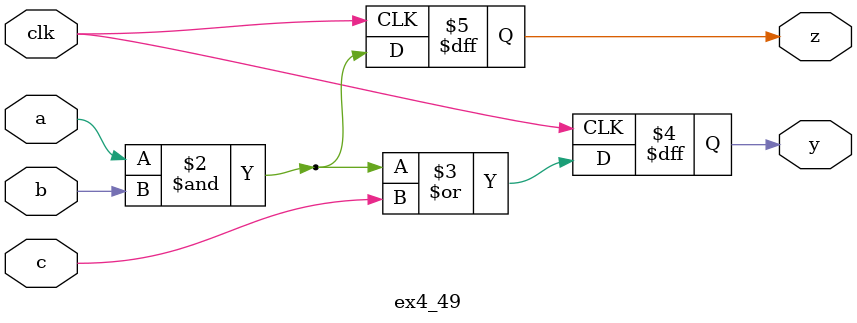
<source format=sv>
module ex4_49(input  logic clk, a, b, c,
                output logic y, z);
     logic x;
     always_ff @(posedge clk) begin
      
		x = a & b;
		y = x | c;
      z = x; 
     end
   
	
	
	
endmodule
</source>
